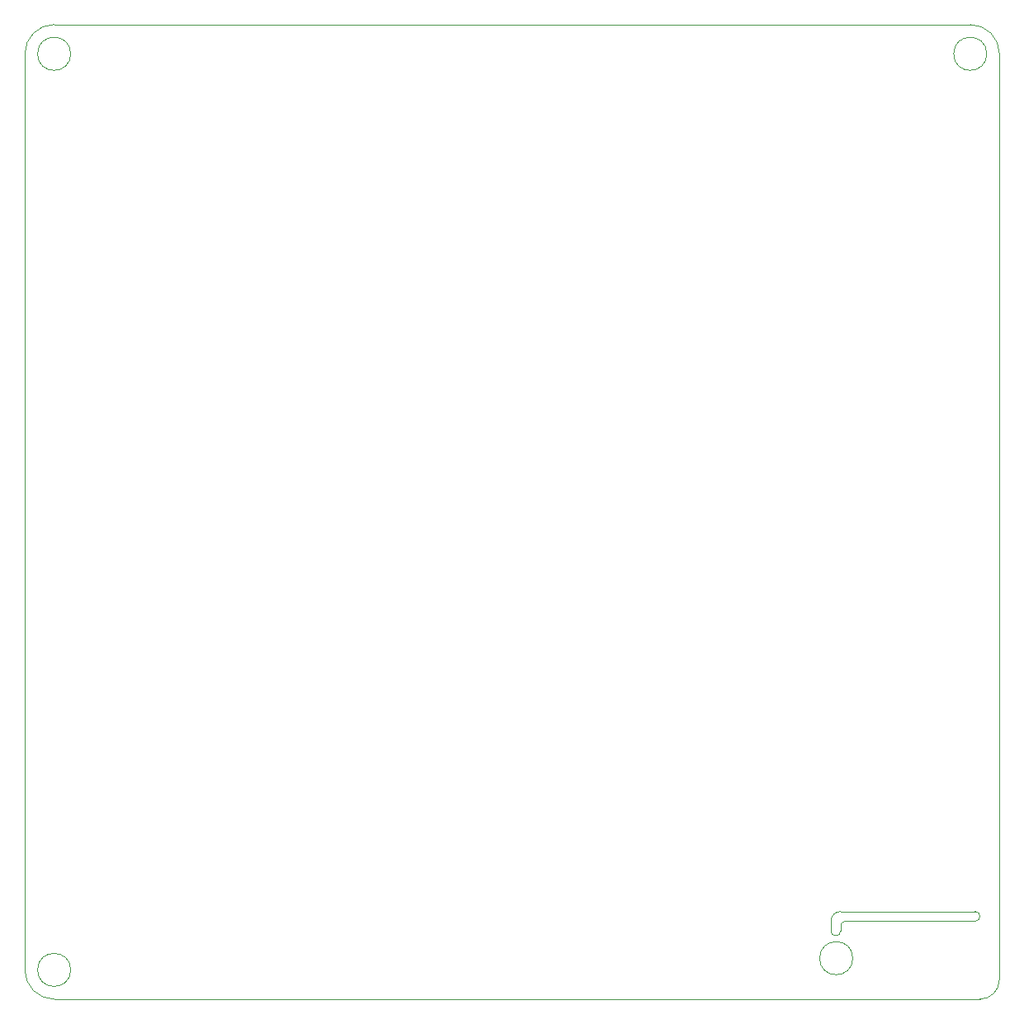
<source format=gbr>
%TF.GenerationSoftware,KiCad,Pcbnew,7.0.10-7.0.10~ubuntu22.04.1*%
%TF.CreationDate,2024-01-25T12:42:20+01:00*%
%TF.ProjectId,heater,68656174-6572-42e6-9b69-6361645f7063,rev?*%
%TF.SameCoordinates,Original*%
%TF.FileFunction,Profile,NP*%
%FSLAX46Y46*%
G04 Gerber Fmt 4.6, Leading zero omitted, Abs format (unit mm)*
G04 Created by KiCad (PCBNEW 7.0.10-7.0.10~ubuntu22.04.1) date 2024-01-25 12:42:20*
%MOMM*%
%LPD*%
G01*
G04 APERTURE LIST*
%TA.AperFunction,Profile*%
%ADD10C,0.100000*%
%TD*%
G04 APERTURE END LIST*
D10*
X178000000Y-53000000D02*
X178000000Y-148000000D01*
X175500000Y-142000000D02*
G75*
G03*
X175500000Y-141000000I0J500000D01*
G01*
X81000000Y-50000000D02*
X175000000Y-50000000D01*
X78000000Y-147000000D02*
X78000000Y-53000000D01*
X78000000Y-147000000D02*
G75*
G03*
X81000000Y-150000000I3000000J0D01*
G01*
X175500000Y-142000000D02*
X162207107Y-142000000D01*
X162207107Y-142000007D02*
G75*
G03*
X161707107Y-142500000I-7J-499993D01*
G01*
X82700000Y-53000000D02*
G75*
G03*
X79300000Y-53000000I-1700000J0D01*
G01*
X79300000Y-53000000D02*
G75*
G03*
X82700000Y-53000000I1700000J0D01*
G01*
X161707107Y-143000000D02*
X161707107Y-142500000D01*
X176700000Y-53000000D02*
G75*
G03*
X173300000Y-53000000I-1700000J0D01*
G01*
X173300000Y-53000000D02*
G75*
G03*
X176700000Y-53000000I1700000J0D01*
G01*
X161707107Y-141000007D02*
G75*
G03*
X160707107Y-142000000I-7J-999993D01*
G01*
X161707107Y-141000000D02*
X175500000Y-141000000D01*
X178000000Y-53000000D02*
G75*
G03*
X175000000Y-50000000I-3000000J0D01*
G01*
X160707107Y-143000000D02*
X160707107Y-142500000D01*
X176000000Y-150000000D02*
X81000000Y-150000000D01*
X176000000Y-150000000D02*
G75*
G03*
X178000000Y-148000000I0J2000000D01*
G01*
X82700000Y-147000000D02*
G75*
G03*
X79300000Y-147000000I-1700000J0D01*
G01*
X79300000Y-147000000D02*
G75*
G03*
X82700000Y-147000000I1700000J0D01*
G01*
X162950000Y-145800000D02*
G75*
G03*
X159550000Y-145800000I-1700000J0D01*
G01*
X159550000Y-145800000D02*
G75*
G03*
X162950000Y-145800000I1700000J0D01*
G01*
X160707107Y-143000000D02*
G75*
G03*
X161707107Y-143000000I500000J0D01*
G01*
X81000000Y-50000000D02*
G75*
G03*
X78000000Y-53000000I0J-3000000D01*
G01*
X160707107Y-142000000D02*
X160707107Y-142500000D01*
M02*

</source>
